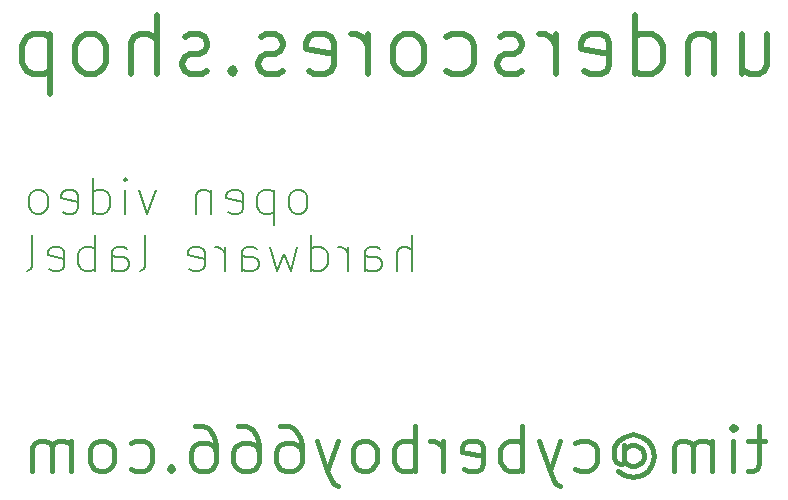
<source format=gbr>
%TF.GenerationSoftware,KiCad,Pcbnew,6.0.7*%
%TF.CreationDate,2023-10-05T16:11:41+13:00*%
%TF.ProjectId,_bisect_,5f626973-6563-4745-9f2e-6b696361645f,rev?*%
%TF.SameCoordinates,Original*%
%TF.FileFunction,Legend,Bot*%
%TF.FilePolarity,Positive*%
%FSLAX46Y46*%
G04 Gerber Fmt 4.6, Leading zero omitted, Abs format (unit mm)*
G04 Created by KiCad (PCBNEW 6.0.7) date 2023-10-05 16:11:41*
%MOMM*%
%LPD*%
G01*
G04 APERTURE LIST*
%ADD10C,0.400000*%
%ADD11C,0.200000*%
%ADD12C,0.500000*%
G04 APERTURE END LIST*
D10*
X164804761Y-101435714D02*
X163357142Y-101435714D01*
X164261904Y-100169047D02*
X164261904Y-103426190D01*
X164080952Y-103788095D01*
X163719047Y-103969047D01*
X163357142Y-103969047D01*
X162090476Y-103969047D02*
X162090476Y-101435714D01*
X162090476Y-100169047D02*
X162271428Y-100350000D01*
X162090476Y-100530952D01*
X161909523Y-100350000D01*
X162090476Y-100169047D01*
X162090476Y-100530952D01*
X160280952Y-103969047D02*
X160280952Y-101435714D01*
X160280952Y-101797619D02*
X160100000Y-101616666D01*
X159738095Y-101435714D01*
X159195238Y-101435714D01*
X158833333Y-101616666D01*
X158652380Y-101978571D01*
X158652380Y-103969047D01*
X158652380Y-101978571D02*
X158471428Y-101616666D01*
X158109523Y-101435714D01*
X157566666Y-101435714D01*
X157204761Y-101616666D01*
X157023809Y-101978571D01*
X157023809Y-103969047D01*
X152861904Y-102159523D02*
X153042857Y-101978571D01*
X153404761Y-101797619D01*
X153766666Y-101797619D01*
X154128571Y-101978571D01*
X154309523Y-102159523D01*
X154490476Y-102521428D01*
X154490476Y-102883333D01*
X154309523Y-103245238D01*
X154128571Y-103426190D01*
X153766666Y-103607142D01*
X153404761Y-103607142D01*
X153042857Y-103426190D01*
X152861904Y-103245238D01*
X152861904Y-101797619D02*
X152861904Y-103245238D01*
X152680952Y-103426190D01*
X152500000Y-103426190D01*
X152138095Y-103245238D01*
X151957142Y-102883333D01*
X151957142Y-101978571D01*
X152319047Y-101435714D01*
X152861904Y-101073809D01*
X153585714Y-100892857D01*
X154309523Y-101073809D01*
X154852380Y-101435714D01*
X155214285Y-101978571D01*
X155395238Y-102702380D01*
X155214285Y-103426190D01*
X154852380Y-103969047D01*
X154309523Y-104330952D01*
X153585714Y-104511904D01*
X152861904Y-104330952D01*
X152319047Y-103969047D01*
X148700000Y-103788095D02*
X149061904Y-103969047D01*
X149785714Y-103969047D01*
X150147619Y-103788095D01*
X150328571Y-103607142D01*
X150509523Y-103245238D01*
X150509523Y-102159523D01*
X150328571Y-101797619D01*
X150147619Y-101616666D01*
X149785714Y-101435714D01*
X149061904Y-101435714D01*
X148700000Y-101616666D01*
X147433333Y-101435714D02*
X146528571Y-103969047D01*
X145623809Y-101435714D02*
X146528571Y-103969047D01*
X146890476Y-104873809D01*
X147071428Y-105054761D01*
X147433333Y-105235714D01*
X144176190Y-103969047D02*
X144176190Y-100169047D01*
X144176190Y-101616666D02*
X143814285Y-101435714D01*
X143090476Y-101435714D01*
X142728571Y-101616666D01*
X142547619Y-101797619D01*
X142366666Y-102159523D01*
X142366666Y-103245238D01*
X142547619Y-103607142D01*
X142728571Y-103788095D01*
X143090476Y-103969047D01*
X143814285Y-103969047D01*
X144176190Y-103788095D01*
X139290476Y-103788095D02*
X139652380Y-103969047D01*
X140376190Y-103969047D01*
X140738095Y-103788095D01*
X140919047Y-103426190D01*
X140919047Y-101978571D01*
X140738095Y-101616666D01*
X140376190Y-101435714D01*
X139652380Y-101435714D01*
X139290476Y-101616666D01*
X139109523Y-101978571D01*
X139109523Y-102340476D01*
X140919047Y-102702380D01*
X137480952Y-103969047D02*
X137480952Y-101435714D01*
X137480952Y-102159523D02*
X137300000Y-101797619D01*
X137119047Y-101616666D01*
X136757142Y-101435714D01*
X136395238Y-101435714D01*
X135128571Y-103969047D02*
X135128571Y-100169047D01*
X135128571Y-101616666D02*
X134766666Y-101435714D01*
X134042857Y-101435714D01*
X133680952Y-101616666D01*
X133500000Y-101797619D01*
X133319047Y-102159523D01*
X133319047Y-103245238D01*
X133500000Y-103607142D01*
X133680952Y-103788095D01*
X134042857Y-103969047D01*
X134766666Y-103969047D01*
X135128571Y-103788095D01*
X131147619Y-103969047D02*
X131509523Y-103788095D01*
X131690476Y-103607142D01*
X131871428Y-103245238D01*
X131871428Y-102159523D01*
X131690476Y-101797619D01*
X131509523Y-101616666D01*
X131147619Y-101435714D01*
X130604761Y-101435714D01*
X130242857Y-101616666D01*
X130061904Y-101797619D01*
X129880952Y-102159523D01*
X129880952Y-103245238D01*
X130061904Y-103607142D01*
X130242857Y-103788095D01*
X130604761Y-103969047D01*
X131147619Y-103969047D01*
X128614285Y-101435714D02*
X127709523Y-103969047D01*
X126804761Y-101435714D02*
X127709523Y-103969047D01*
X128071428Y-104873809D01*
X128252380Y-105054761D01*
X128614285Y-105235714D01*
X123728571Y-100169047D02*
X124452380Y-100169047D01*
X124814285Y-100350000D01*
X124995238Y-100530952D01*
X125357142Y-101073809D01*
X125538095Y-101797619D01*
X125538095Y-103245238D01*
X125357142Y-103607142D01*
X125176190Y-103788095D01*
X124814285Y-103969047D01*
X124090476Y-103969047D01*
X123728571Y-103788095D01*
X123547619Y-103607142D01*
X123366666Y-103245238D01*
X123366666Y-102340476D01*
X123547619Y-101978571D01*
X123728571Y-101797619D01*
X124090476Y-101616666D01*
X124814285Y-101616666D01*
X125176190Y-101797619D01*
X125357142Y-101978571D01*
X125538095Y-102340476D01*
X120109523Y-100169047D02*
X120833333Y-100169047D01*
X121195238Y-100350000D01*
X121376190Y-100530952D01*
X121738095Y-101073809D01*
X121919047Y-101797619D01*
X121919047Y-103245238D01*
X121738095Y-103607142D01*
X121557142Y-103788095D01*
X121195238Y-103969047D01*
X120471428Y-103969047D01*
X120109523Y-103788095D01*
X119928571Y-103607142D01*
X119747619Y-103245238D01*
X119747619Y-102340476D01*
X119928571Y-101978571D01*
X120109523Y-101797619D01*
X120471428Y-101616666D01*
X121195238Y-101616666D01*
X121557142Y-101797619D01*
X121738095Y-101978571D01*
X121919047Y-102340476D01*
X116490476Y-100169047D02*
X117214285Y-100169047D01*
X117576190Y-100350000D01*
X117757142Y-100530952D01*
X118119047Y-101073809D01*
X118299999Y-101797619D01*
X118299999Y-103245238D01*
X118119047Y-103607142D01*
X117938095Y-103788095D01*
X117576190Y-103969047D01*
X116852380Y-103969047D01*
X116490476Y-103788095D01*
X116309523Y-103607142D01*
X116128571Y-103245238D01*
X116128571Y-102340476D01*
X116309523Y-101978571D01*
X116490476Y-101797619D01*
X116852380Y-101616666D01*
X117576190Y-101616666D01*
X117938095Y-101797619D01*
X118119047Y-101978571D01*
X118299999Y-102340476D01*
X114499999Y-103607142D02*
X114319047Y-103788095D01*
X114499999Y-103969047D01*
X114680952Y-103788095D01*
X114499999Y-103607142D01*
X114499999Y-103969047D01*
X111061904Y-103788095D02*
X111423809Y-103969047D01*
X112147619Y-103969047D01*
X112509523Y-103788095D01*
X112690476Y-103607142D01*
X112871428Y-103245238D01*
X112871428Y-102159523D01*
X112690476Y-101797619D01*
X112509523Y-101616666D01*
X112147619Y-101435714D01*
X111423809Y-101435714D01*
X111061904Y-101616666D01*
X108890476Y-103969047D02*
X109252380Y-103788095D01*
X109433333Y-103607142D01*
X109614285Y-103245238D01*
X109614285Y-102159523D01*
X109433333Y-101797619D01*
X109252380Y-101616666D01*
X108890476Y-101435714D01*
X108347619Y-101435714D01*
X107985714Y-101616666D01*
X107804761Y-101797619D01*
X107623809Y-102159523D01*
X107623809Y-103245238D01*
X107804761Y-103607142D01*
X107985714Y-103788095D01*
X108347619Y-103969047D01*
X108890476Y-103969047D01*
X105995238Y-103969047D02*
X105995238Y-101435714D01*
X105995238Y-101797619D02*
X105814285Y-101616666D01*
X105452380Y-101435714D01*
X104909523Y-101435714D01*
X104547619Y-101616666D01*
X104366666Y-101978571D01*
X104366666Y-103969047D01*
X104366666Y-101978571D02*
X104185714Y-101616666D01*
X103823809Y-101435714D01*
X103280952Y-101435714D01*
X102919047Y-101616666D01*
X102738095Y-101978571D01*
X102738095Y-103969047D01*
D11*
X125451428Y-82192142D02*
X125737142Y-82049285D01*
X125880000Y-81906428D01*
X126022857Y-81620714D01*
X126022857Y-80763571D01*
X125880000Y-80477857D01*
X125737142Y-80335000D01*
X125451428Y-80192142D01*
X125022857Y-80192142D01*
X124737142Y-80335000D01*
X124594285Y-80477857D01*
X124451428Y-80763571D01*
X124451428Y-81620714D01*
X124594285Y-81906428D01*
X124737142Y-82049285D01*
X125022857Y-82192142D01*
X125451428Y-82192142D01*
X123165714Y-80192142D02*
X123165714Y-83192142D01*
X123165714Y-80335000D02*
X122880000Y-80192142D01*
X122308571Y-80192142D01*
X122022857Y-80335000D01*
X121880000Y-80477857D01*
X121737142Y-80763571D01*
X121737142Y-81620714D01*
X121880000Y-81906428D01*
X122022857Y-82049285D01*
X122308571Y-82192142D01*
X122880000Y-82192142D01*
X123165714Y-82049285D01*
X119308571Y-82049285D02*
X119594285Y-82192142D01*
X120165714Y-82192142D01*
X120451428Y-82049285D01*
X120594285Y-81763571D01*
X120594285Y-80620714D01*
X120451428Y-80335000D01*
X120165714Y-80192142D01*
X119594285Y-80192142D01*
X119308571Y-80335000D01*
X119165714Y-80620714D01*
X119165714Y-80906428D01*
X120594285Y-81192142D01*
X117880000Y-80192142D02*
X117880000Y-82192142D01*
X117880000Y-80477857D02*
X117737142Y-80335000D01*
X117451428Y-80192142D01*
X117022857Y-80192142D01*
X116737142Y-80335000D01*
X116594285Y-80620714D01*
X116594285Y-82192142D01*
X113165714Y-80192142D02*
X112451428Y-82192142D01*
X111737142Y-80192142D01*
X110594285Y-82192142D02*
X110594285Y-80192142D01*
X110594285Y-79192142D02*
X110737142Y-79335000D01*
X110594285Y-79477857D01*
X110451428Y-79335000D01*
X110594285Y-79192142D01*
X110594285Y-79477857D01*
X107880000Y-82192142D02*
X107880000Y-79192142D01*
X107880000Y-82049285D02*
X108165714Y-82192142D01*
X108737142Y-82192142D01*
X109022857Y-82049285D01*
X109165714Y-81906428D01*
X109308571Y-81620714D01*
X109308571Y-80763571D01*
X109165714Y-80477857D01*
X109022857Y-80335000D01*
X108737142Y-80192142D01*
X108165714Y-80192142D01*
X107880000Y-80335000D01*
X105308571Y-82049285D02*
X105594285Y-82192142D01*
X106165714Y-82192142D01*
X106451428Y-82049285D01*
X106594285Y-81763571D01*
X106594285Y-80620714D01*
X106451428Y-80335000D01*
X106165714Y-80192142D01*
X105594285Y-80192142D01*
X105308571Y-80335000D01*
X105165714Y-80620714D01*
X105165714Y-80906428D01*
X106594285Y-81192142D01*
X103451428Y-82192142D02*
X103737142Y-82049285D01*
X103880000Y-81906428D01*
X104022857Y-81620714D01*
X104022857Y-80763571D01*
X103880000Y-80477857D01*
X103737142Y-80335000D01*
X103451428Y-80192142D01*
X103022857Y-80192142D01*
X102737142Y-80335000D01*
X102594285Y-80477857D01*
X102451428Y-80763571D01*
X102451428Y-81620714D01*
X102594285Y-81906428D01*
X102737142Y-82049285D01*
X103022857Y-82192142D01*
X103451428Y-82192142D01*
X134880000Y-87022142D02*
X134880000Y-84022142D01*
X133594285Y-87022142D02*
X133594285Y-85450714D01*
X133737142Y-85165000D01*
X134022857Y-85022142D01*
X134451428Y-85022142D01*
X134737142Y-85165000D01*
X134880000Y-85307857D01*
X130880000Y-87022142D02*
X130880000Y-85450714D01*
X131022857Y-85165000D01*
X131308571Y-85022142D01*
X131880000Y-85022142D01*
X132165714Y-85165000D01*
X130880000Y-86879285D02*
X131165714Y-87022142D01*
X131880000Y-87022142D01*
X132165714Y-86879285D01*
X132308571Y-86593571D01*
X132308571Y-86307857D01*
X132165714Y-86022142D01*
X131880000Y-85879285D01*
X131165714Y-85879285D01*
X130880000Y-85736428D01*
X129451428Y-87022142D02*
X129451428Y-85022142D01*
X129451428Y-85593571D02*
X129308571Y-85307857D01*
X129165714Y-85165000D01*
X128880000Y-85022142D01*
X128594285Y-85022142D01*
X126308571Y-87022142D02*
X126308571Y-84022142D01*
X126308571Y-86879285D02*
X126594285Y-87022142D01*
X127165714Y-87022142D01*
X127451428Y-86879285D01*
X127594285Y-86736428D01*
X127737142Y-86450714D01*
X127737142Y-85593571D01*
X127594285Y-85307857D01*
X127451428Y-85165000D01*
X127165714Y-85022142D01*
X126594285Y-85022142D01*
X126308571Y-85165000D01*
X125165714Y-85022142D02*
X124594285Y-87022142D01*
X124022857Y-85593571D01*
X123451428Y-87022142D01*
X122880000Y-85022142D01*
X120451428Y-87022142D02*
X120451428Y-85450714D01*
X120594285Y-85165000D01*
X120880000Y-85022142D01*
X121451428Y-85022142D01*
X121737142Y-85165000D01*
X120451428Y-86879285D02*
X120737142Y-87022142D01*
X121451428Y-87022142D01*
X121737142Y-86879285D01*
X121880000Y-86593571D01*
X121880000Y-86307857D01*
X121737142Y-86022142D01*
X121451428Y-85879285D01*
X120737142Y-85879285D01*
X120451428Y-85736428D01*
X119022857Y-87022142D02*
X119022857Y-85022142D01*
X119022857Y-85593571D02*
X118880000Y-85307857D01*
X118737142Y-85165000D01*
X118451428Y-85022142D01*
X118165714Y-85022142D01*
X116022857Y-86879285D02*
X116308571Y-87022142D01*
X116880000Y-87022142D01*
X117165714Y-86879285D01*
X117308571Y-86593571D01*
X117308571Y-85450714D01*
X117165714Y-85165000D01*
X116880000Y-85022142D01*
X116308571Y-85022142D01*
X116022857Y-85165000D01*
X115880000Y-85450714D01*
X115880000Y-85736428D01*
X117308571Y-86022142D01*
X111880000Y-87022142D02*
X112165714Y-86879285D01*
X112308571Y-86593571D01*
X112308571Y-84022142D01*
X109451428Y-87022142D02*
X109451428Y-85450714D01*
X109594285Y-85165000D01*
X109880000Y-85022142D01*
X110451428Y-85022142D01*
X110737142Y-85165000D01*
X109451428Y-86879285D02*
X109737142Y-87022142D01*
X110451428Y-87022142D01*
X110737142Y-86879285D01*
X110880000Y-86593571D01*
X110880000Y-86307857D01*
X110737142Y-86022142D01*
X110451428Y-85879285D01*
X109737142Y-85879285D01*
X109451428Y-85736428D01*
X108022857Y-87022142D02*
X108022857Y-84022142D01*
X108022857Y-85165000D02*
X107737142Y-85022142D01*
X107165714Y-85022142D01*
X106880000Y-85165000D01*
X106737142Y-85307857D01*
X106594285Y-85593571D01*
X106594285Y-86450714D01*
X106737142Y-86736428D01*
X106880000Y-86879285D01*
X107165714Y-87022142D01*
X107737142Y-87022142D01*
X108022857Y-86879285D01*
X104165714Y-86879285D02*
X104451428Y-87022142D01*
X105022857Y-87022142D01*
X105308571Y-86879285D01*
X105451428Y-86593571D01*
X105451428Y-85450714D01*
X105308571Y-85165000D01*
X105022857Y-85022142D01*
X104451428Y-85022142D01*
X104165714Y-85165000D01*
X104022857Y-85450714D01*
X104022857Y-85736428D01*
X105451428Y-86022142D01*
X102308571Y-87022142D02*
X102594285Y-86879285D01*
X102737142Y-86593571D01*
X102737142Y-84022142D01*
D12*
X162785714Y-67028571D02*
X162785714Y-70361904D01*
X164928571Y-67028571D02*
X164928571Y-69647619D01*
X164690476Y-70123809D01*
X164214285Y-70361904D01*
X163500000Y-70361904D01*
X163023809Y-70123809D01*
X162785714Y-69885714D01*
X160404761Y-67028571D02*
X160404761Y-70361904D01*
X160404761Y-67504761D02*
X160166666Y-67266666D01*
X159690476Y-67028571D01*
X158976190Y-67028571D01*
X158500000Y-67266666D01*
X158261904Y-67742857D01*
X158261904Y-70361904D01*
X153738095Y-70361904D02*
X153738095Y-65361904D01*
X153738095Y-70123809D02*
X154214285Y-70361904D01*
X155166666Y-70361904D01*
X155642857Y-70123809D01*
X155880952Y-69885714D01*
X156119047Y-69409523D01*
X156119047Y-67980952D01*
X155880952Y-67504761D01*
X155642857Y-67266666D01*
X155166666Y-67028571D01*
X154214285Y-67028571D01*
X153738095Y-67266666D01*
X149452380Y-70123809D02*
X149928571Y-70361904D01*
X150880952Y-70361904D01*
X151357142Y-70123809D01*
X151595238Y-69647619D01*
X151595238Y-67742857D01*
X151357142Y-67266666D01*
X150880952Y-67028571D01*
X149928571Y-67028571D01*
X149452380Y-67266666D01*
X149214285Y-67742857D01*
X149214285Y-68219047D01*
X151595238Y-68695238D01*
X147071428Y-70361904D02*
X147071428Y-67028571D01*
X147071428Y-67980952D02*
X146833333Y-67504761D01*
X146595238Y-67266666D01*
X146119047Y-67028571D01*
X145642857Y-67028571D01*
X144214285Y-70123809D02*
X143738095Y-70361904D01*
X142785714Y-70361904D01*
X142309523Y-70123809D01*
X142071428Y-69647619D01*
X142071428Y-69409523D01*
X142309523Y-68933333D01*
X142785714Y-68695238D01*
X143500000Y-68695238D01*
X143976190Y-68457142D01*
X144214285Y-67980952D01*
X144214285Y-67742857D01*
X143976190Y-67266666D01*
X143500000Y-67028571D01*
X142785714Y-67028571D01*
X142309523Y-67266666D01*
X137785714Y-70123809D02*
X138261904Y-70361904D01*
X139214285Y-70361904D01*
X139690476Y-70123809D01*
X139928571Y-69885714D01*
X140166666Y-69409523D01*
X140166666Y-67980952D01*
X139928571Y-67504761D01*
X139690476Y-67266666D01*
X139214285Y-67028571D01*
X138261904Y-67028571D01*
X137785714Y-67266666D01*
X134928571Y-70361904D02*
X135404761Y-70123809D01*
X135642857Y-69885714D01*
X135880952Y-69409523D01*
X135880952Y-67980952D01*
X135642857Y-67504761D01*
X135404761Y-67266666D01*
X134928571Y-67028571D01*
X134214285Y-67028571D01*
X133738095Y-67266666D01*
X133500000Y-67504761D01*
X133261904Y-67980952D01*
X133261904Y-69409523D01*
X133500000Y-69885714D01*
X133738095Y-70123809D01*
X134214285Y-70361904D01*
X134928571Y-70361904D01*
X131119047Y-70361904D02*
X131119047Y-67028571D01*
X131119047Y-67980952D02*
X130880952Y-67504761D01*
X130642857Y-67266666D01*
X130166666Y-67028571D01*
X129690476Y-67028571D01*
X126119047Y-70123809D02*
X126595238Y-70361904D01*
X127547619Y-70361904D01*
X128023809Y-70123809D01*
X128261904Y-69647619D01*
X128261904Y-67742857D01*
X128023809Y-67266666D01*
X127547619Y-67028571D01*
X126595238Y-67028571D01*
X126119047Y-67266666D01*
X125880952Y-67742857D01*
X125880952Y-68219047D01*
X128261904Y-68695238D01*
X123976190Y-70123809D02*
X123500000Y-70361904D01*
X122547619Y-70361904D01*
X122071428Y-70123809D01*
X121833333Y-69647619D01*
X121833333Y-69409523D01*
X122071428Y-68933333D01*
X122547619Y-68695238D01*
X123261904Y-68695238D01*
X123738095Y-68457142D01*
X123976190Y-67980952D01*
X123976190Y-67742857D01*
X123738095Y-67266666D01*
X123261904Y-67028571D01*
X122547619Y-67028571D01*
X122071428Y-67266666D01*
X119690476Y-69885714D02*
X119452380Y-70123809D01*
X119690476Y-70361904D01*
X119928571Y-70123809D01*
X119690476Y-69885714D01*
X119690476Y-70361904D01*
X117547619Y-70123809D02*
X117071428Y-70361904D01*
X116119047Y-70361904D01*
X115642857Y-70123809D01*
X115404761Y-69647619D01*
X115404761Y-69409523D01*
X115642857Y-68933333D01*
X116119047Y-68695238D01*
X116833333Y-68695238D01*
X117309523Y-68457142D01*
X117547619Y-67980952D01*
X117547619Y-67742857D01*
X117309523Y-67266666D01*
X116833333Y-67028571D01*
X116119047Y-67028571D01*
X115642857Y-67266666D01*
X113261904Y-70361904D02*
X113261904Y-65361904D01*
X111119047Y-70361904D02*
X111119047Y-67742857D01*
X111357142Y-67266666D01*
X111833333Y-67028571D01*
X112547619Y-67028571D01*
X113023809Y-67266666D01*
X113261904Y-67504761D01*
X108023809Y-70361904D02*
X108500000Y-70123809D01*
X108738095Y-69885714D01*
X108976190Y-69409523D01*
X108976190Y-67980952D01*
X108738095Y-67504761D01*
X108500000Y-67266666D01*
X108023809Y-67028571D01*
X107309523Y-67028571D01*
X106833333Y-67266666D01*
X106595238Y-67504761D01*
X106357142Y-67980952D01*
X106357142Y-69409523D01*
X106595238Y-69885714D01*
X106833333Y-70123809D01*
X107309523Y-70361904D01*
X108023809Y-70361904D01*
X104214285Y-67028571D02*
X104214285Y-72028571D01*
X104214285Y-67266666D02*
X103738095Y-67028571D01*
X102785714Y-67028571D01*
X102309523Y-67266666D01*
X102071428Y-67504761D01*
X101833333Y-67980952D01*
X101833333Y-69409523D01*
X102071428Y-69885714D01*
X102309523Y-70123809D01*
X102785714Y-70361904D01*
X103738095Y-70361904D01*
X104214285Y-70123809D01*
M02*

</source>
